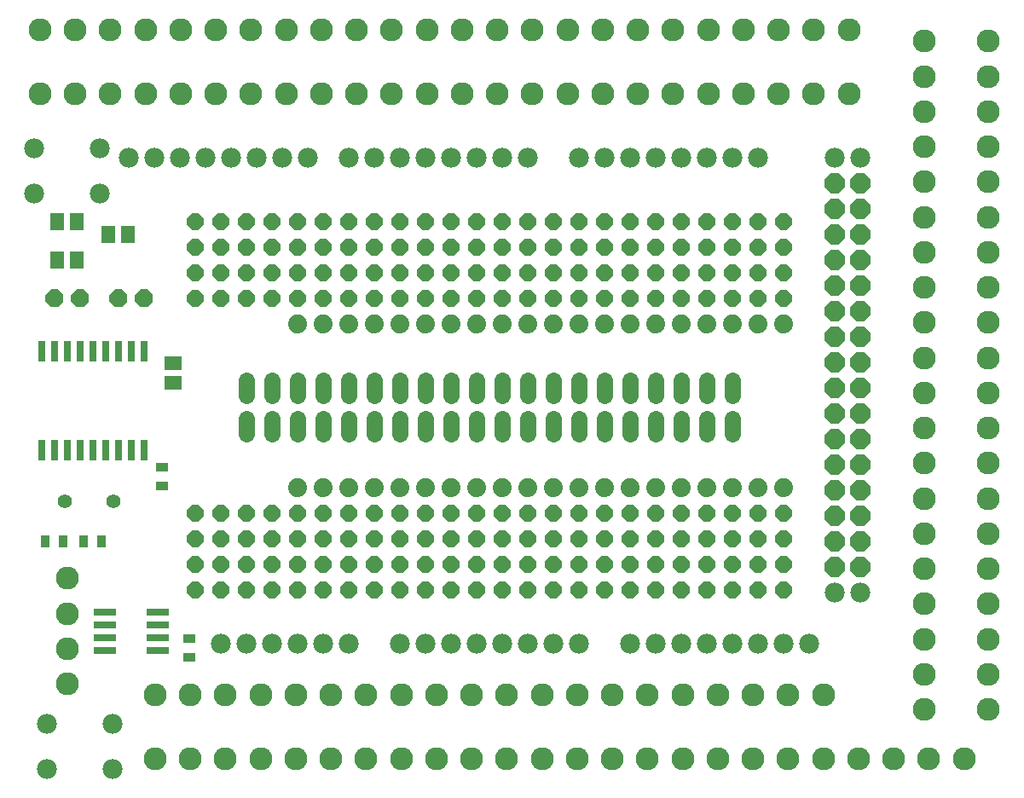
<source format=gbs>
G75*
%MOIN*%
%OFA0B0*%
%FSLAX25Y25*%
%IPPOS*%
%LPD*%
%AMOC8*
5,1,8,0,0,1.08239X$1,22.5*
%
%ADD10C,0.06400*%
%ADD11R,0.03550X0.05124*%
%ADD12C,0.09000*%
%ADD13OC8,0.06400*%
%ADD14OC8,0.07000*%
%ADD15R,0.05518X0.06699*%
%ADD16C,0.07800*%
%ADD17R,0.03000X0.08400*%
%ADD18R,0.09100X0.02800*%
%ADD19OC8,0.07800*%
%ADD20C,0.07400*%
%ADD21C,0.05600*%
%ADD22R,0.05124X0.03550*%
%ADD23R,0.06699X0.05518*%
D10*
X0145000Y0145124D02*
X0145000Y0151124D01*
X0145000Y0160124D02*
X0145000Y0166124D01*
X0155000Y0166124D02*
X0155000Y0160124D01*
X0155000Y0151124D02*
X0155000Y0145124D01*
X0165000Y0145124D02*
X0165000Y0151124D01*
X0165000Y0160124D02*
X0165000Y0166124D01*
X0175000Y0166124D02*
X0175000Y0160124D01*
X0175000Y0151124D02*
X0175000Y0145124D01*
X0185000Y0145124D02*
X0185000Y0151124D01*
X0185000Y0160124D02*
X0185000Y0166124D01*
X0195000Y0166124D02*
X0195000Y0160124D01*
X0195000Y0151124D02*
X0195000Y0145124D01*
X0205000Y0145124D02*
X0205000Y0151124D01*
X0205000Y0160124D02*
X0205000Y0166124D01*
X0215000Y0166124D02*
X0215000Y0160124D01*
X0215000Y0151124D02*
X0215000Y0145124D01*
X0225000Y0145124D02*
X0225000Y0151124D01*
X0225000Y0160124D02*
X0225000Y0166124D01*
X0235000Y0166124D02*
X0235000Y0160124D01*
X0235000Y0151124D02*
X0235000Y0145124D01*
X0245000Y0145124D02*
X0245000Y0151124D01*
X0245000Y0160124D02*
X0245000Y0166124D01*
X0255000Y0166124D02*
X0255000Y0160124D01*
X0255000Y0151124D02*
X0255000Y0145124D01*
X0265000Y0145124D02*
X0265000Y0151124D01*
X0265000Y0160124D02*
X0265000Y0166124D01*
X0275000Y0166124D02*
X0275000Y0160124D01*
X0275000Y0151124D02*
X0275000Y0145124D01*
X0285000Y0145124D02*
X0285000Y0151124D01*
X0285000Y0160124D02*
X0285000Y0166124D01*
X0295000Y0166124D02*
X0295000Y0160124D01*
X0295000Y0151124D02*
X0295000Y0145124D01*
X0305000Y0145124D02*
X0305000Y0151124D01*
X0305000Y0160124D02*
X0305000Y0166124D01*
X0315000Y0166124D02*
X0315000Y0160124D01*
X0315000Y0151124D02*
X0315000Y0145124D01*
X0325000Y0145124D02*
X0325000Y0151124D01*
X0325000Y0160124D02*
X0325000Y0166124D01*
X0335000Y0166124D02*
X0335000Y0160124D01*
X0335000Y0151124D02*
X0335000Y0145124D01*
D11*
X0088543Y0103124D03*
X0081457Y0103124D03*
X0073543Y0103124D03*
X0066457Y0103124D03*
D12*
X0075000Y0088794D03*
X0075000Y0075014D03*
X0075000Y0061235D03*
X0075000Y0047455D03*
X0109331Y0043124D03*
X0123110Y0043124D03*
X0136890Y0043124D03*
X0150669Y0043124D03*
X0164331Y0043124D03*
X0178110Y0043124D03*
X0191890Y0043124D03*
X0205669Y0043124D03*
X0219331Y0043124D03*
X0233110Y0043124D03*
X0246890Y0043124D03*
X0260669Y0043124D03*
X0274331Y0043124D03*
X0288110Y0043124D03*
X0301890Y0043124D03*
X0315669Y0043124D03*
X0329331Y0043124D03*
X0343110Y0043124D03*
X0356890Y0043124D03*
X0370669Y0043124D03*
X0370669Y0018124D03*
X0384331Y0018124D03*
X0398110Y0018124D03*
X0411890Y0018124D03*
X0425669Y0018124D03*
X0435000Y0037455D03*
X0435000Y0051235D03*
X0435000Y0065014D03*
X0435000Y0078794D03*
X0435000Y0092455D03*
X0435000Y0106235D03*
X0435000Y0120014D03*
X0435000Y0133794D03*
X0435000Y0147455D03*
X0435000Y0161235D03*
X0435000Y0175014D03*
X0435000Y0188794D03*
X0435000Y0202455D03*
X0435000Y0216235D03*
X0435000Y0230014D03*
X0435000Y0243794D03*
X0435000Y0257455D03*
X0435000Y0271235D03*
X0435000Y0285014D03*
X0435000Y0298794D03*
X0410000Y0298794D03*
X0410000Y0285014D03*
X0410000Y0271235D03*
X0410000Y0257455D03*
X0410000Y0243794D03*
X0410000Y0230014D03*
X0410000Y0216235D03*
X0410000Y0202455D03*
X0410000Y0188794D03*
X0410000Y0175014D03*
X0410000Y0161235D03*
X0410000Y0147455D03*
X0410000Y0133794D03*
X0410000Y0120014D03*
X0410000Y0106235D03*
X0410000Y0092455D03*
X0410000Y0078794D03*
X0410000Y0065014D03*
X0410000Y0051235D03*
X0410000Y0037455D03*
X0356890Y0018124D03*
X0343110Y0018124D03*
X0329331Y0018124D03*
X0315669Y0018124D03*
X0301890Y0018124D03*
X0288110Y0018124D03*
X0274331Y0018124D03*
X0260669Y0018124D03*
X0246890Y0018124D03*
X0233110Y0018124D03*
X0219331Y0018124D03*
X0205669Y0018124D03*
X0191890Y0018124D03*
X0178110Y0018124D03*
X0164331Y0018124D03*
X0150669Y0018124D03*
X0136890Y0018124D03*
X0123110Y0018124D03*
X0109331Y0018124D03*
X0105669Y0278124D03*
X0119331Y0278124D03*
X0133110Y0278124D03*
X0146890Y0278124D03*
X0160669Y0278124D03*
X0174331Y0278124D03*
X0188110Y0278124D03*
X0201890Y0278124D03*
X0215669Y0278124D03*
X0229331Y0278124D03*
X0243110Y0278124D03*
X0256890Y0278124D03*
X0270669Y0278124D03*
X0284331Y0278124D03*
X0298110Y0278124D03*
X0311890Y0278124D03*
X0325669Y0278124D03*
X0339331Y0278124D03*
X0353110Y0278124D03*
X0366890Y0278124D03*
X0380669Y0278124D03*
X0380669Y0303124D03*
X0366890Y0303124D03*
X0353110Y0303124D03*
X0339331Y0303124D03*
X0325669Y0303124D03*
X0311890Y0303124D03*
X0298110Y0303124D03*
X0284331Y0303124D03*
X0270669Y0303124D03*
X0256890Y0303124D03*
X0243110Y0303124D03*
X0229331Y0303124D03*
X0215669Y0303124D03*
X0201890Y0303124D03*
X0188110Y0303124D03*
X0174331Y0303124D03*
X0160669Y0303124D03*
X0146890Y0303124D03*
X0133110Y0303124D03*
X0119331Y0303124D03*
X0105669Y0303124D03*
X0091890Y0303124D03*
X0078110Y0303124D03*
X0064331Y0303124D03*
X0064331Y0278124D03*
X0078110Y0278124D03*
X0091890Y0278124D03*
D13*
X0125000Y0228124D03*
X0135000Y0228124D03*
X0145000Y0228124D03*
X0155000Y0228124D03*
X0165000Y0228124D03*
X0175000Y0228124D03*
X0185000Y0228124D03*
X0195000Y0228124D03*
X0205000Y0228124D03*
X0215000Y0228124D03*
X0225000Y0228124D03*
X0235000Y0228124D03*
X0245000Y0228124D03*
X0255000Y0228124D03*
X0265000Y0228124D03*
X0275000Y0228124D03*
X0285000Y0228124D03*
X0295000Y0228124D03*
X0305000Y0228124D03*
X0315000Y0228124D03*
X0325000Y0228124D03*
X0335000Y0228124D03*
X0345000Y0228124D03*
X0355000Y0228124D03*
X0355000Y0218124D03*
X0345000Y0218124D03*
X0345000Y0208124D03*
X0355000Y0208124D03*
X0355000Y0198124D03*
X0345000Y0198124D03*
X0335000Y0198124D03*
X0325000Y0198124D03*
X0315000Y0198124D03*
X0305000Y0198124D03*
X0295000Y0198124D03*
X0285000Y0198124D03*
X0275000Y0198124D03*
X0265000Y0198124D03*
X0255000Y0198124D03*
X0245000Y0198124D03*
X0235000Y0198124D03*
X0225000Y0198124D03*
X0215000Y0198124D03*
X0205000Y0198124D03*
X0195000Y0198124D03*
X0185000Y0198124D03*
X0175000Y0198124D03*
X0165000Y0198124D03*
X0155000Y0198124D03*
X0145000Y0198124D03*
X0135000Y0198124D03*
X0125000Y0198124D03*
X0125000Y0208124D03*
X0135000Y0208124D03*
X0145000Y0208124D03*
X0155000Y0208124D03*
X0165000Y0208124D03*
X0175000Y0208124D03*
X0185000Y0208124D03*
X0195000Y0208124D03*
X0205000Y0208124D03*
X0215000Y0208124D03*
X0225000Y0208124D03*
X0235000Y0208124D03*
X0245000Y0208124D03*
X0255000Y0208124D03*
X0265000Y0208124D03*
X0275000Y0208124D03*
X0285000Y0208124D03*
X0295000Y0208124D03*
X0305000Y0208124D03*
X0315000Y0208124D03*
X0325000Y0208124D03*
X0335000Y0208124D03*
X0335000Y0218124D03*
X0325000Y0218124D03*
X0315000Y0218124D03*
X0305000Y0218124D03*
X0295000Y0218124D03*
X0285000Y0218124D03*
X0275000Y0218124D03*
X0265000Y0218124D03*
X0255000Y0218124D03*
X0245000Y0218124D03*
X0235000Y0218124D03*
X0225000Y0218124D03*
X0215000Y0218124D03*
X0205000Y0218124D03*
X0195000Y0218124D03*
X0185000Y0218124D03*
X0175000Y0218124D03*
X0165000Y0218124D03*
X0155000Y0218124D03*
X0145000Y0218124D03*
X0135000Y0218124D03*
X0125000Y0218124D03*
X0125000Y0114253D03*
X0135000Y0114253D03*
X0145000Y0114253D03*
X0145000Y0104253D03*
X0135000Y0104253D03*
X0125000Y0104253D03*
X0125000Y0094253D03*
X0135000Y0094253D03*
X0145000Y0094253D03*
X0145000Y0084253D03*
X0135000Y0084253D03*
X0125000Y0084253D03*
X0155000Y0084253D03*
X0165000Y0084253D03*
X0175000Y0084253D03*
X0185000Y0084253D03*
X0195000Y0084253D03*
X0205000Y0084253D03*
X0215000Y0084253D03*
X0225000Y0084253D03*
X0235000Y0084253D03*
X0245000Y0084253D03*
X0255000Y0084253D03*
X0265000Y0084253D03*
X0275000Y0084253D03*
X0285000Y0084253D03*
X0295000Y0084253D03*
X0305000Y0084253D03*
X0315000Y0084253D03*
X0325000Y0084253D03*
X0335000Y0084253D03*
X0345000Y0084253D03*
X0355000Y0084253D03*
X0355000Y0094253D03*
X0345000Y0094253D03*
X0335000Y0094253D03*
X0325000Y0094253D03*
X0315000Y0094253D03*
X0305000Y0094253D03*
X0295000Y0094253D03*
X0285000Y0094253D03*
X0275000Y0094253D03*
X0265000Y0094253D03*
X0255000Y0094253D03*
X0245000Y0094253D03*
X0235000Y0094253D03*
X0225000Y0094253D03*
X0215000Y0094253D03*
X0205000Y0094253D03*
X0195000Y0094253D03*
X0185000Y0094253D03*
X0175000Y0094253D03*
X0165000Y0094253D03*
X0155000Y0094253D03*
X0155000Y0104253D03*
X0165000Y0104253D03*
X0175000Y0104253D03*
X0185000Y0104253D03*
X0195000Y0104253D03*
X0205000Y0104253D03*
X0215000Y0104253D03*
X0225000Y0104253D03*
X0235000Y0104253D03*
X0245000Y0104253D03*
X0255000Y0104253D03*
X0265000Y0104253D03*
X0275000Y0104253D03*
X0285000Y0104253D03*
X0295000Y0104253D03*
X0305000Y0104253D03*
X0315000Y0104253D03*
X0325000Y0104253D03*
X0335000Y0104253D03*
X0345000Y0104253D03*
X0355000Y0104253D03*
X0355000Y0114253D03*
X0345000Y0114253D03*
X0335000Y0114253D03*
X0325000Y0114253D03*
X0315000Y0114253D03*
X0305000Y0114253D03*
X0295000Y0114253D03*
X0285000Y0114253D03*
X0275000Y0114253D03*
X0265000Y0114253D03*
X0255000Y0114253D03*
X0245000Y0114253D03*
X0235000Y0114253D03*
X0225000Y0114253D03*
X0215000Y0114253D03*
X0205000Y0114253D03*
X0195000Y0114253D03*
X0185000Y0114253D03*
X0175000Y0114253D03*
X0165000Y0114253D03*
X0155000Y0114253D03*
D14*
X0105000Y0198124D03*
X0095000Y0198124D03*
X0080000Y0198124D03*
X0070000Y0198124D03*
D15*
X0071260Y0213124D03*
X0078740Y0213124D03*
X0091260Y0223124D03*
X0098740Y0223124D03*
X0078740Y0228124D03*
X0071260Y0228124D03*
D16*
X0067200Y0014224D03*
X0067200Y0032024D03*
X0092800Y0032024D03*
X0092800Y0014224D03*
X0135000Y0063124D03*
X0145000Y0063124D03*
X0155000Y0063124D03*
X0165000Y0063124D03*
X0175000Y0063124D03*
X0185000Y0063124D03*
X0205000Y0063124D03*
X0215000Y0063124D03*
X0225000Y0063124D03*
X0235000Y0063124D03*
X0245000Y0063124D03*
X0255000Y0063124D03*
X0265000Y0063124D03*
X0275000Y0063124D03*
X0295000Y0063124D03*
X0305000Y0063124D03*
X0315000Y0063124D03*
X0325000Y0063124D03*
X0335000Y0063124D03*
X0345000Y0063124D03*
X0355000Y0063124D03*
X0365000Y0063124D03*
X0375000Y0083124D03*
X0385000Y0083124D03*
X0385000Y0253124D03*
X0375000Y0253124D03*
X0345000Y0253124D03*
X0335000Y0253124D03*
X0325000Y0253124D03*
X0315000Y0253124D03*
X0305000Y0253124D03*
X0295000Y0253124D03*
X0285000Y0253124D03*
X0275000Y0253124D03*
X0255000Y0253124D03*
X0245000Y0253124D03*
X0235000Y0253124D03*
X0225000Y0253124D03*
X0215000Y0253124D03*
X0205000Y0253124D03*
X0195000Y0253124D03*
X0185000Y0253124D03*
X0169000Y0253124D03*
X0159000Y0253124D03*
X0149000Y0253124D03*
X0139000Y0253124D03*
X0129000Y0253124D03*
X0119000Y0253124D03*
X0109000Y0253124D03*
X0099000Y0253124D03*
X0087800Y0257024D03*
X0087800Y0239224D03*
X0062200Y0239224D03*
X0062200Y0257024D03*
D17*
X0065000Y0177424D03*
X0070000Y0177424D03*
X0075000Y0177424D03*
X0080000Y0177424D03*
X0085000Y0177424D03*
X0090000Y0177424D03*
X0095000Y0177424D03*
X0100000Y0177424D03*
X0105000Y0177424D03*
X0105000Y0138824D03*
X0100000Y0138824D03*
X0095000Y0138824D03*
X0090000Y0138824D03*
X0085000Y0138824D03*
X0080000Y0138824D03*
X0075000Y0138824D03*
X0070000Y0138824D03*
X0065000Y0138824D03*
D18*
X0089700Y0075624D03*
X0089700Y0070624D03*
X0089700Y0065624D03*
X0089700Y0060624D03*
X0110300Y0060624D03*
X0110300Y0065624D03*
X0110300Y0070624D03*
X0110300Y0075624D03*
D19*
X0375000Y0093124D03*
X0385000Y0093124D03*
X0385000Y0103124D03*
X0375000Y0103124D03*
X0375000Y0113124D03*
X0385000Y0113124D03*
X0385000Y0123124D03*
X0375000Y0123124D03*
X0375000Y0133124D03*
X0385000Y0133124D03*
X0385000Y0143124D03*
X0375000Y0143124D03*
X0375000Y0153124D03*
X0385000Y0153124D03*
X0385000Y0163124D03*
X0375000Y0163124D03*
X0375000Y0173124D03*
X0385000Y0173124D03*
X0385000Y0183124D03*
X0375000Y0183124D03*
X0375000Y0193124D03*
X0385000Y0193124D03*
X0385000Y0203124D03*
X0375000Y0203124D03*
X0375000Y0213124D03*
X0385000Y0213124D03*
X0385000Y0223124D03*
X0375000Y0223124D03*
X0375000Y0233124D03*
X0385000Y0233124D03*
X0385000Y0243124D03*
X0375000Y0243124D03*
D20*
X0355000Y0188124D03*
X0345000Y0188124D03*
X0335000Y0188124D03*
X0325000Y0188124D03*
X0315000Y0188124D03*
X0305000Y0188124D03*
X0295000Y0188124D03*
X0285000Y0188124D03*
X0275000Y0188124D03*
X0265000Y0188124D03*
X0255000Y0188124D03*
X0245000Y0188124D03*
X0235000Y0188124D03*
X0225000Y0188124D03*
X0215000Y0188124D03*
X0205000Y0188124D03*
X0195000Y0188124D03*
X0185000Y0188124D03*
X0175000Y0188124D03*
X0165000Y0188124D03*
X0165000Y0124253D03*
X0175000Y0124253D03*
X0185000Y0124253D03*
X0195000Y0124253D03*
X0205000Y0124253D03*
X0215000Y0124253D03*
X0225000Y0124253D03*
X0235000Y0124253D03*
X0245000Y0124253D03*
X0255000Y0124253D03*
X0265000Y0124253D03*
X0275000Y0124253D03*
X0285000Y0124253D03*
X0295000Y0124253D03*
X0305000Y0124253D03*
X0315000Y0124253D03*
X0325000Y0124253D03*
X0335000Y0124253D03*
X0345000Y0124253D03*
X0355000Y0124253D03*
D21*
X0093041Y0118810D03*
X0074041Y0118810D03*
D22*
X0112190Y0125052D03*
X0112190Y0132139D03*
X0122662Y0065142D03*
X0122662Y0058055D03*
D23*
X0116519Y0165379D03*
X0116519Y0172859D03*
M02*

</source>
